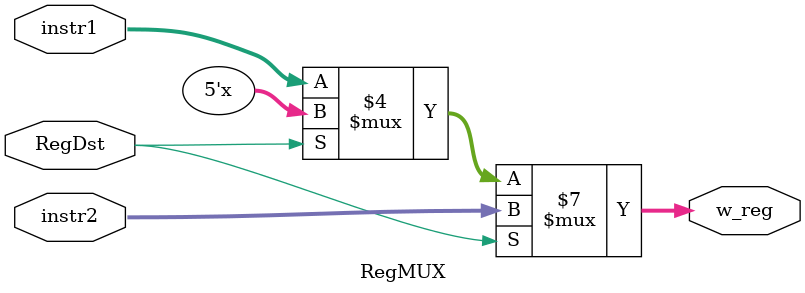
<source format=v>
`timescale 1ns / 1ps

module RegMUX(
    instr1,
    instr2,
    RegDst,
    w_reg
);
  
  input [20:16] instr1;
  input [15:11] instr2;
  input RegDst;
  output reg [4:0] w_reg;
  
  always @(RegDst, instr1, instr2)
    begin
      if(RegDst == 1)
        w_reg <= instr2;
      else if(RegDst == 0)
        w_reg <= instr1;
    end
endmodule

</source>
